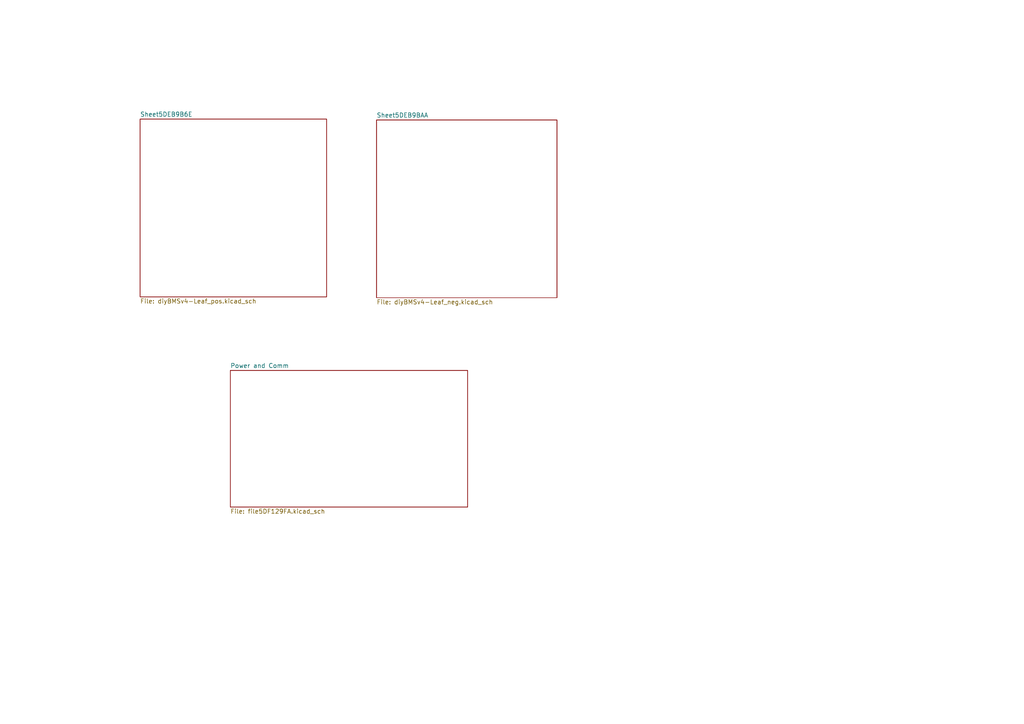
<source format=kicad_sch>
(kicad_sch (version 20210126) (generator eeschema)
  (paper "A4")
  (title_block (title "diyBMSv4 - LEAF") (date "2021-03-10") (rev "2.01") (company "Joho Technology Inc"))
  (lib_symbols)
  (sheet (at 66.802 107.442) (size 68.834 39.624)
    (property "Sheet name" "Power and Comm" (at 66.802 106.8065 0) (effects (justify left bottom)))
    (property "Sheet file" "file5DF129FA.kicad_sch" (at 66.802 147.5745 0) (effects (justify left top)))
  )
  (sheet (at 40.64 34.544) (size 54.102 51.562)
    (property "Sheet name" "Sheet5DEB9B6E" (at 40.64 33.9085 0) (effects (justify left bottom)))
    (property "Sheet file" "diyBMSv4-Leaf_pos.kicad_sch" (at 40.64 86.6145 0) (effects (justify left top)))
  )
  (sheet (at 109.22 34.798) (size 52.324 51.562)
    (property "Sheet name" "Sheet5DEB9BAA" (at 109.22 34.1625 0) (effects (justify left bottom)))
    (property "Sheet file" "diyBMSv4-Leaf_neg.kicad_sch" (at 109.22 86.8685 0) (effects (justify left top)))
  )
)
</source>
